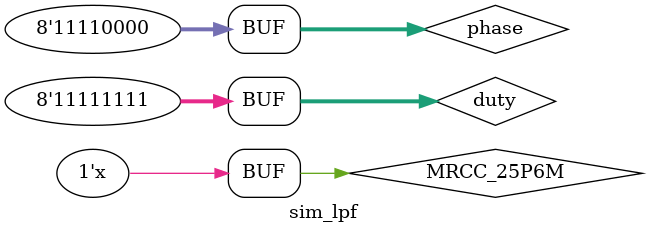
<source format=sv>
/*
 * File: sim_lpf.sv
 * Project: new
 * Created Date: 03/03/2021
 * Author: Shun Suzuki
 * -----
 * Last Modified: 04/03/2021
 * Modified By: Shun Suzuki (suzuki@hapis.k.u-tokyo.ac.jp)
 * -----
 * Copyright (c) 2021 Hapis Lab. All rights reserved.
 * 
 */


`timescale 1ns / 1ps

module sim_lpf();

logic MRCC_25P6M;
logic MRCC_12P8M;
logic [9:0] time_cnt;

logic [7:0] duty;
logic [7:0] phase;
logic [7:0] duty_lpf;
logic [7:0] phase_lpf;

logic update;

assign update = (time_cnt == 10'd639);

silent_lpf silent_lpf(
               .CLK(MRCC_25P6M),
               .CLK_LPF(MRCC_12P8M),
               .UPDATE(update),
               .D(duty),
               .PHASE(phase),
               .D_S(duty_lpf),
               .PHASE_S(phase_lpf)
           );

initial begin
    MRCC_25P6M = 1;
    MRCC_12P8M = 1;
    time_cnt = 0;
    duty = 0;
    phase = 0;

    #(100000);
    duty = 8'hff;
    phase = 8'hf0;
end

// main clock 25.6MHz
always begin
    #19.531 MRCC_25P6M = !MRCC_25P6M;
    #19.531 MRCC_25P6M = !MRCC_25P6M;
    #19.531 MRCC_25P6M = !MRCC_25P6M;
    #19.532 MRCC_25P6M = !MRCC_25P6M;
end

always @(posedge MRCC_25P6M) begin
    MRCC_12P8M = ~MRCC_12P8M;
end

always @(posedge MRCC_25P6M) begin
    time_cnt = (time_cnt == 10'd639) ? 0 : time_cnt + 1;
end

endmodule

</source>
